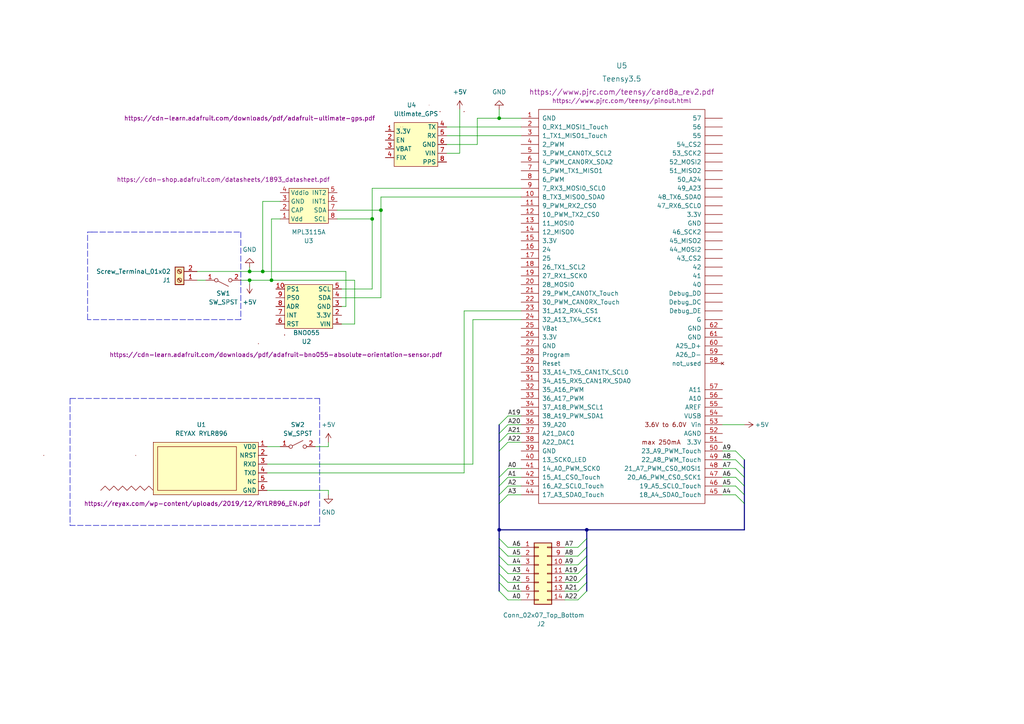
<source format=kicad_sch>
(kicad_sch (version 20211123) (generator eeschema)
  (paper "A4")
  (title_block (title "Ordinateur de Bord") (rev "3") (company "Top Aéro") (comment 1 "Projet Zéphyr") (comment 2 "Mohamed-iadh BANI & Théo TUGAYE") (comment 3 "<mohamed-iadh.bani@top-aero.com> <theo.tugaye@top-aero.com>"))
  (lib_symbols
    (symbol "Adafruit_sensors:BNO055"
      (property "Reference" "U" (at 4.445 7.62 0))
      (property "Value" "BNO055" (at -1.905 7.62 0))
      (symbol "BNO055_0_1"
        (rectangle (start -7.62 6.35) (end 6.35 -6.35) (fill (type background)))
        (rectangle (start 6.35 8.255) (end 6.35 8.255))
        (rectangle (start 6.35 8.255) (end 6.35 8.255))
        (rectangle (start 6.35 8.255) (end 6.35 8.255))
        (rectangle (start 6.35 8.255) (end 6.35 8.255))
        (rectangle (start 6.35 8.255) (end 6.35 8.255))
        (rectangle (start 6.35 8.255) (end 6.35 8.255))
        (rectangle (start 6.35 8.255) (end 6.35 8.255))
        (rectangle (start 6.35 8.255) (end 6.35 8.255))
        (rectangle (start 13.97 10.795) (end 13.97 10.795))
        (rectangle (start 13.97 10.795) (end 13.97 10.795))
        (rectangle (start 13.97 10.795) (end 13.97 10.795))
        (rectangle (start 13.97 10.795) (end 13.97 10.795))
        (rectangle (start 13.97 10.795) (end 13.97 10.795))
        (rectangle (start 13.97 10.795) (end 13.97 10.795))
        (rectangle (start 13.97 10.795) (end 13.97 10.795))
        (rectangle (start 13.97 10.795) (end 13.97 10.795))
        (rectangle (start 13.97 10.795) (end 13.97 10.795))
        (rectangle (start 13.97 10.795) (end 13.97 10.795))
        (rectangle (start 13.97 10.795) (end 13.97 10.795))
        (rectangle (start 13.97 10.795) (end 13.97 10.795))
      )
      (symbol "BNO055_1_1"
        (pin input line (at -10.16 5.08 0) (length 2.54) (name "VIN") (number "1"))
        (pin input line (at 8.89 -5.08 180) (length 2.54) (name "PS1") (number "10"))
        (pin output line (at -10.16 2.54 0) (length 2.54) (name "3.3V") (number "2"))
        (pin power_in line (at -10.16 0 0) (length 2.54) (name "GND") (number "3"))
        (pin bidirectional line (at -10.16 -2.54 0) (length 2.54) (name "SDA") (number "4"))
        (pin input line (at -10.16 -5.08 0) (length 2.54) (name "SCL") (number "5"))
        (pin input line (at 8.89 5.08 180) (length 2.54) (name "RST") (number "6"))
        (pin output line (at 8.89 2.54 180) (length 2.54) (name "INT") (number "7"))
        (pin input line (at 8.89 0 180) (length 2.54) (name "ADR") (number "8"))
        (pin input line (at 8.89 -2.54 180) (length 2.54) (name "PS0") (number "9"))
      )
    )
    (symbol "Adafruit_sensors:MPL3115A"
      (property "Reference" "U" (at 0 6.35 0))
      (property "Value" "MPL3115A" (at -6.35 6.35 0))
      (symbol "MPL3115A_0_1"
        (rectangle (start -10.16 5.08) (end 1.27 -5.08) (fill (type background)))
      )
      (symbol "MPL3115A_1_1"
        (pin input line (at -12.7 3.81 0) (length 2.54) (name "Vdd") (number "1"))
        (pin passive line (at -12.7 1.27 0) (length 2.54) (name "CAP") (number "2"))
        (pin power_in line (at -12.7 -1.27 0) (length 2.54) (name "GND") (number "3"))
        (pin input line (at -12.7 -3.81 0) (length 2.54) (name "Vddio") (number "4"))
        (pin output line (at 3.81 -3.81 180) (length 2.54) (name "INT2") (number "5"))
        (pin output line (at 3.81 -1.27 180) (length 2.54) (name "INT1") (number "6"))
        (pin bidirectional line (at 3.81 1.27 180) (length 2.54) (name "SDA") (number "7"))
        (pin input line (at 3.81 3.81 180) (length 2.54) (name "SCL") (number "8"))
      )
    )
    (symbol "Adafruit_sensors:Ultimate_GPS"
      (property "Reference" "U" (at 6.35 8.89 0))
      (property "Value" "Ultimate_GPS" (at -1.27 8.89 0))
      (symbol "Ultimate_GPS_0_1"
        (rectangle (start -6.35 7.62) (end 6.35 -5.08) (fill (type background)))
        (rectangle (start -4.445 6.35) (end -4.445 6.35))
        (rectangle (start -3.81 6.35) (end -3.81 6.35))
        (rectangle (start 3.81 12.7) (end 3.81 12.7))
        (rectangle (start 6.985 10.795) (end 6.985 10.795))
        (rectangle (start 6.985 10.795) (end 6.985 10.795))
        (rectangle (start 6.985 10.795) (end 6.985 10.795))
        (rectangle (start 6.985 10.795) (end 6.985 10.795))
        (rectangle (start 6.985 10.795) (end 6.985 10.795))
        (rectangle (start 6.985 10.795) (end 6.985 10.795))
        (rectangle (start 6.985 10.795) (end 6.985 10.795))
        (rectangle (start 6.985 10.795) (end 6.985 10.795))
        (rectangle (start 13.97 10.795) (end 13.97 10.795))
        (rectangle (start 13.97 10.795) (end 13.97 10.795))
        (rectangle (start 13.97 10.795) (end 13.97 10.795))
        (rectangle (start 13.97 10.795) (end 13.97 10.795))
        (rectangle (start 13.97 10.795) (end 13.97 10.795))
        (rectangle (start 13.97 10.795) (end 13.97 10.795))
        (rectangle (start 13.97 10.795) (end 13.97 10.795))
        (rectangle (start 13.97 10.795) (end 13.97 10.795))
        (rectangle (start 13.97 10.795) (end 13.97 10.795))
        (rectangle (start 13.97 10.795) (end 13.97 10.795))
        (rectangle (start 13.97 10.795) (end 13.97 10.795))
        (rectangle (start 13.97 10.795) (end 13.97 10.795))
      )
      (symbol "Ultimate_GPS_1_1"
        (pin output line (at -8.89 5.08 0) (length 2.54) (name "3.3V") (number "1"))
        (pin input line (at -8.89 2.54 0) (length 2.54) (name "EN") (number "2"))
        (pin input line (at -8.89 0 0) (length 2.54) (name "VBAT") (number "3"))
        (pin output line (at -8.89 -2.54 0) (length 2.54) (name "FIX") (number "4"))
        (pin output line (at 8.89 6.35 180) (length 2.54) (name "TX") (number "4"))
        (pin input line (at 8.89 3.81 180) (length 2.54) (name "RX") (number "5"))
        (pin power_in line (at 8.89 1.27 180) (length 2.54) (name "GND") (number "6"))
        (pin input line (at 8.89 -1.27 180) (length 2.54) (name "VIN") (number "7"))
        (pin output line (at 8.89 -3.81 180) (length 2.54) (name "PPS") (number "8"))
      )
    )
    (symbol "Connector:Screw_Terminal_01x02" (pin_names (offset 1.016) hide)
      (property "Reference" "J" (at 0 2.54 0))
      (property "Value" "Screw_Terminal_01x02" (at 0 -5.08 0))
      (symbol "Screw_Terminal_01x02_1_1"
        (rectangle (start -1.27 1.27) (end 1.27 -3.81) (stroke (width 0.254)) (fill (type background)))
        (circle (center 0 -2.54) (radius 0.635) (stroke (width 0.1524)))
        (polyline (pts (xy -0.5334 -2.2098) (xy 0.3302 -3.048)) (stroke (width 0.1524)))
        (polyline (pts (xy -0.5334 0.3302) (xy 0.3302 -0.508)) (stroke (width 0.1524)))
        (polyline (pts (xy -0.3556 -2.032) (xy 0.508 -2.8702)) (stroke (width 0.1524)))
        (polyline (pts (xy -0.3556 0.508) (xy 0.508 -0.3302)) (stroke (width 0.1524)))
        (circle (center 0 0) (radius 0.635) (stroke (width 0.1524)))
        (pin passive line (at -5.08 0 0) (length 3.81) (name "Pin_1") (number "1"))
        (pin passive line (at -5.08 -2.54 0) (length 3.81) (name "Pin_2") (number "2"))
      )
    )
    (symbol "Connector_Generic:Conn_02x07_Top_Bottom" (pin_names (offset 1.016) hide)
      (property "Reference" "J" (at 1.27 10.16 0))
      (property "Value" "Conn_02x07_Top_Bottom" (at 1.27 -10.16 0))
      (symbol "Conn_02x07_Top_Bottom_1_1"
        (rectangle (start -1.27 -7.493) (end 0 -7.747) (stroke (width 0.1524)))
        (rectangle (start -1.27 -4.953) (end 0 -5.207) (stroke (width 0.1524)))
        (rectangle (start -1.27 -2.413) (end 0 -2.667) (stroke (width 0.1524)))
        (rectangle (start -1.27 0.127) (end 0 -0.127) (stroke (width 0.1524)))
        (rectangle (start -1.27 2.667) (end 0 2.413) (stroke (width 0.1524)))
        (rectangle (start -1.27 5.207) (end 0 4.953) (stroke (width 0.1524)))
        (rectangle (start -1.27 7.747) (end 0 7.493) (stroke (width 0.1524)))
        (rectangle (start -1.27 8.89) (end 3.81 -8.89) (stroke (width 0.254)) (fill (type background)))
        (rectangle (start 3.81 -7.493) (end 2.54 -7.747) (stroke (width 0.1524)))
        (rectangle (start 3.81 -4.953) (end 2.54 -5.207) (stroke (width 0.1524)))
        (rectangle (start 3.81 -2.413) (end 2.54 -2.667) (stroke (width 0.1524)))
        (rectangle (start 3.81 0.127) (end 2.54 -0.127) (stroke (width 0.1524)))
        (rectangle (start 3.81 2.667) (end 2.54 2.413) (stroke (width 0.1524)))
        (rectangle (start 3.81 5.207) (end 2.54 4.953) (stroke (width 0.1524)))
        (rectangle (start 3.81 7.747) (end 2.54 7.493) (stroke (width 0.1524)))
        (pin passive line (at -5.08 7.62 0) (length 3.81) (name "Pin_1") (number "1"))
        (pin passive line (at 7.62 2.54 180) (length 3.81) (name "Pin_10") (number "10"))
        (pin passive line (at 7.62 0 180) (length 3.81) (name "Pin_11") (number "11"))
        (pin passive line (at 7.62 -2.54 180) (length 3.81) (name "Pin_12") (number "12"))
        (pin passive line (at 7.62 -5.08 180) (length 3.81) (name "Pin_13") (number "13"))
        (pin passive line (at 7.62 -7.62 180) (length 3.81) (name "Pin_14") (number "14"))
        (pin passive line (at -5.08 5.08 0) (length 3.81) (name "Pin_2") (number "2"))
        (pin passive line (at -5.08 2.54 0) (length 3.81) (name "Pin_3") (number "3"))
        (pin passive line (at -5.08 0 0) (length 3.81) (name "Pin_4") (number "4"))
        (pin passive line (at -5.08 -2.54 0) (length 3.81) (name "Pin_5") (number "5"))
        (pin passive line (at -5.08 -5.08 0) (length 3.81) (name "Pin_6") (number "6"))
        (pin passive line (at -5.08 -7.62 0) (length 3.81) (name "Pin_7") (number "7"))
        (pin passive line (at 7.62 7.62 180) (length 3.81) (name "Pin_8") (number "8"))
        (pin passive line (at 7.62 5.08 180) (length 3.81) (name "Pin_9") (number "9"))
      )
    )
    (symbol "Switch:SW_SPST" (pin_names (offset 0) hide)
      (property "Reference" "SW" (at 0 3.175 0))
      (property "Value" "SW_SPST" (at 0 -2.54 0))
      (symbol "SW_SPST_0_0"
        (circle (center -2.032 0) (radius 0.508))
        (polyline (pts (xy -1.524 0.254) (xy 1.524 1.778)))
        (circle (center 2.032 0) (radius 0.508))
      )
      (symbol "SW_SPST_1_1"
        (pin passive line (at -5.08 0 0) (length 2.54) (name "A") (number "1"))
        (pin passive line (at 5.08 0 180) (length 2.54) (name "B") (number "2"))
      )
    )
    (symbol "Teensy:Teensy3.5" (pin_names (offset 1.016))
      (property "Reference" "U" (at 0 59.69 0))
      (property "Value" "Teensy3.5" (at 0 -59.69 0))
      (property "Datasheet" "https://www.pjrc.com/teensy/card8a_rev2.pdf" (at 0 62.23 0))
      (property "Pinouts" "https://www.pjrc.com/teensy/pinout.html" (at 0 64.77 0))
      (symbol "Teensy3.5_0_0"
        (text "3.6V to 6.0V" (at 12.7 -34.29 0) (effects (font (size 1.27 1.27))))
        (text "max 250mA" (at 11.43 -39.37 0) (effects (font (size 1.27 1.27))))
      )
      (symbol "Teensy3.5_0_1"
        (rectangle (start -24.13 57.15) (end 24.13 -57.15))
      )
      (symbol "Teensy3.5_1_1"
        (pin power_in line (at -29.21 54.61 0) (length 5.08) (name "GND") (number "1"))
        (pin bidirectional line (at -29.21 31.75 0) (length 5.08) (name "8_TX3_MISO0_SDA0") (number "10"))
        (pin bidirectional line (at -29.21 29.21 0) (length 5.08) (name "9_PWM_RX2_CS0") (number "11"))
        (pin bidirectional line (at -29.21 26.67 0) (length 5.08) (name "10_PWM_TX2_CS0") (number "12"))
        (pin bidirectional line (at -29.21 24.13 0) (length 5.08) (name "11_MOSI0") (number "13"))
        (pin bidirectional line (at -29.21 21.59 0) (length 5.08) (name "12_MISO0") (number "14"))
        (pin power_out line (at -29.21 19.05 0) (length 5.08) (name "3.3V") (number "15"))
        (pin bidirectional line (at -29.21 16.51 0) (length 5.08) (name "24") (number "16"))
        (pin bidirectional line (at -29.21 13.97 0) (length 5.08) (name "25") (number "17"))
        (pin bidirectional line (at -29.21 11.43 0) (length 5.08) (name "26_TX1_SCL2") (number "18"))
        (pin bidirectional line (at -29.21 8.89 0) (length 5.08) (name "27_RX1_SCK0") (number "19"))
        (pin bidirectional line (at -29.21 52.07 0) (length 5.08) (name "0_RX1_MOSI1_Touch") (number "2"))
        (pin bidirectional line (at -29.21 6.35 0) (length 5.08) (name "28_MOSI0") (number "20"))
        (pin bidirectional line (at -29.21 3.81 0) (length 5.08) (name "29_PWM_CAN0TX_Touch") (number "21"))
        (pin bidirectional line (at -29.21 1.27 0) (length 5.08) (name "30_PWM_CAN0RX_Touch") (number "22"))
        (pin bidirectional line (at -29.21 -1.27 0) (length 5.08) (name "31_A12_RX4_CS1") (number "23"))
        (pin bidirectional line (at -29.21 -3.81 0) (length 5.08) (name "32_A13_TX4_SCK1") (number "24"))
        (pin power_in line (at -29.21 -6.35 0) (length 5.08) (name "VBat") (number "25"))
        (pin power_in line (at -29.21 -8.89 0) (length 5.08) (name "3.3V") (number "26"))
        (pin power_in line (at -29.21 -11.43 0) (length 5.08) (name "GND") (number "27"))
        (pin input line (at -29.21 -13.97 0) (length 5.08) (name "Program") (number "28"))
        (pin input line (at -29.21 -16.51 0) (length 5.08) (name "Reset") (number "29"))
        (pin bidirectional line (at -29.21 49.53 0) (length 5.08) (name "1_TX1_MISO1_Touch") (number "3"))
        (pin bidirectional line (at -29.21 -19.05 0) (length 5.08) (name "33_A14_TX5_CAN1TX_SCL0") (number "30"))
        (pin bidirectional line (at -29.21 -21.59 0) (length 5.08) (name "34_A15_RX5_CAN1RX_SDA0") (number "31"))
        (pin bidirectional line (at -29.21 -24.13 0) (length 5.08) (name "35_A16_PWM") (number "32"))
        (pin bidirectional line (at -29.21 -26.67 0) (length 5.08) (name "36_A17_PWM") (number "33"))
        (pin bidirectional line (at -29.21 -29.21 0) (length 5.08) (name "37_A18_PWM_SCL1") (number "34"))
        (pin bidirectional line (at -29.21 -31.75 0) (length 5.08) (name "38_A19_PWM_SDA1") (number "35"))
        (pin bidirectional line (at -29.21 -34.29 0) (length 5.08) (name "39_A20") (number "36"))
        (pin bidirectional line (at -29.21 -36.83 0) (length 5.08) (name "A21_DAC0") (number "37"))
        (pin bidirectional line (at -29.21 -39.37 0) (length 5.08) (name "A22_DAC1") (number "38"))
        (pin power_in line (at -29.21 -41.91 0) (length 5.08) (name "GND") (number "39"))
        (pin bidirectional line (at -29.21 46.99 0) (length 5.08) (name "2_PWM") (number "4"))
        (pin bidirectional line (at -29.21 -44.45 0) (length 5.08) (name "13_SCK0_LED") (number "40"))
        (pin bidirectional line (at -29.21 -46.99 0) (length 5.08) (name "14_A0_PWM_SCK0") (number "41"))
        (pin bidirectional line (at -29.21 -49.53 0) (length 5.08) (name "15_A1_CS0_Touch") (number "42"))
        (pin bidirectional line (at -29.21 -52.07 0) (length 5.08) (name "16_A2_SCL0_Touch") (number "43"))
        (pin bidirectional line (at -29.21 -54.61 0) (length 5.08) (name "17_A3_SDA0_Touch") (number "44"))
        (pin bidirectional line (at 29.21 -54.61 180) (length 5.08) (name "18_A4_SDA0_Touch") (number "45"))
        (pin bidirectional line (at 29.21 -52.07 180) (length 5.08) (name "19_A5_SCL0_Touch") (number "46"))
        (pin bidirectional line (at 29.21 -49.53 180) (length 5.08) (name "20_A6_PWM_CS0_SCK1") (number "47"))
        (pin bidirectional line (at 29.21 -46.99 180) (length 5.08) (name "21_A7_PWM_CS0_MOSI1") (number "48"))
        (pin bidirectional line (at 29.21 -44.45 180) (length 5.08) (name "22_A8_PWM_Touch") (number "49"))
        (pin bidirectional line (at -29.21 44.45 0) (length 5.08) (name "3_PWM_CAN0TX_SCL2") (number "5"))
        (pin bidirectional line (at 29.21 -41.91 180) (length 5.08) (name "23_A9_PWM_Touch") (number "50"))
        (pin power_out line (at 29.21 -39.37 180) (length 5.08) (name "3.3V") (number "51"))
        (pin power_out line (at 29.21 -36.83 180) (length 5.08) (name "AGND") (number "52"))
        (pin power_in line (at 29.21 -34.29 180) (length 5.08) (name "Vin") (number "53"))
        (pin power_in line (at 29.21 -31.75 180) (length 5.08) (name "VUSB") (number "54"))
        (pin input line (at 29.21 -29.21 180) (length 5.08) (name "AREF") (number "55"))
        (pin bidirectional line (at 29.21 -26.67 180) (length 5.08) (name "A10") (number "56"))
        (pin bidirectional line (at 29.21 -24.13 180) (length 5.08) (name "A11") (number "57"))
        (pin no_connect line (at 29.21 -16.51 180) (length 5.08) (name "not_used") (number "58"))
        (pin bidirectional line (at 29.21 -13.97 180) (length 5.08) (name "A26_D-") (number "59"))
        (pin bidirectional line (at -29.21 41.91 0) (length 5.08) (name "4_PWM_CAN0RX_SDA2") (number "6"))
        (pin bidirectional line (at 29.21 -11.43 180) (length 5.08) (name "A25_D+") (number "60"))
        (pin power_in line (at 29.21 -8.89 180) (length 5.08) (name "GND") (number "61"))
        (pin power_in line (at 29.21 -6.35 180) (length 5.08) (name "GND") (number "62"))
        (pin bidirectional line (at -29.21 39.37 0) (length 5.08) (name "5_PWM_TX1_MISO1") (number "7"))
        (pin bidirectional line (at -29.21 36.83 0) (length 5.08) (name "6_PWM") (number "8"))
        (pin bidirectional line (at -29.21 34.29 0) (length 5.08) (name "7_RX3_MOSI0_SCL0") (number "9"))
        (pin power_in line (at 29.21 26.67 180) (length 5.08) (name "3.3V") (number "~"))
        (pin bidirectional line (at 29.21 6.35 180) (length 5.08) (name "40") (number "~"))
        (pin bidirectional line (at 29.21 8.89 180) (length 5.08) (name "41") (number "~"))
        (pin bidirectional line (at 29.21 11.43 180) (length 5.08) (name "42") (number "~"))
        (pin bidirectional line (at 29.21 13.97 180) (length 5.08) (name "43_CS2") (number "~"))
        (pin bidirectional line (at 29.21 16.51 180) (length 5.08) (name "44_MOSI2") (number "~"))
        (pin bidirectional line (at 29.21 19.05 180) (length 5.08) (name "45_MISO2") (number "~"))
        (pin bidirectional line (at 29.21 21.59 180) (length 5.08) (name "46_SCK2") (number "~"))
        (pin bidirectional line (at 29.21 29.21 180) (length 5.08) (name "47_RX6_SCL0") (number "~"))
        (pin bidirectional line (at 29.21 31.75 180) (length 5.08) (name "48_TX6_SDA0") (number "~"))
        (pin bidirectional line (at 29.21 34.29 180) (length 5.08) (name "49_A23") (number "~"))
        (pin bidirectional line (at 29.21 36.83 180) (length 5.08) (name "50_A24") (number "~"))
        (pin bidirectional line (at 29.21 39.37 180) (length 5.08) (name "51_MISO2") (number "~"))
        (pin bidirectional line (at 29.21 41.91 180) (length 5.08) (name "52_MOSI2") (number "~"))
        (pin bidirectional line (at 29.21 44.45 180) (length 5.08) (name "53_SCK2") (number "~"))
        (pin bidirectional line (at 29.21 46.99 180) (length 5.08) (name "54_CS2") (number "~"))
        (pin bidirectional line (at 29.21 49.53 180) (length 5.08) (name "55") (number "~"))
        (pin bidirectional line (at 29.21 52.07 180) (length 5.08) (name "56") (number "~"))
        (pin bidirectional line (at 29.21 54.61 180) (length 5.08) (name "57") (number "~"))
        (pin input line (at 29.21 1.27 180) (length 5.08) (name "Debug_DC") (number "~"))
        (pin input line (at 29.21 3.81 180) (length 5.08) (name "Debug_DD") (number "~"))
        (pin input line (at 29.21 -1.27 180) (length 5.08) (name "Debug_DE") (number "~"))
        (pin power_in line (at 29.21 -3.81 180) (length 5.08) (name "G") (number "~"))
        (pin power_in line (at 29.21 24.13 180) (length 5.08) (name "GND") (number "~"))
      )
    )
    (symbol "power:+5V" (power) (pin_names (offset 0))
      (property "Value" "+5V" (at 0 3.556 0))
      (symbol "+5V_0_1"
        (polyline (pts (xy -0.762 1.27) (xy 0 2.54)))
        (polyline (pts (xy 0 0) (xy 0 2.54)))
        (polyline (pts (xy 0 2.54) (xy 0.762 1.27)))
      )
      (symbol "+5V_1_1"
        (pin power_in line (at 0 0 90) (length 0) hide (name "+5V") (number "1"))
      )
    )
    (symbol "power:GND" (power) (pin_names (offset 0))
      (property "Value" "GND" (at 0 -3.81 0))
      (symbol "GND_0_1"
        (polyline (pts (xy 0 0) (xy 0 -1.27) (xy 1.27 -1.27) (xy 0 -2.54) (xy -1.27 -1.27) (xy 0 -1.27)))
      )
      (symbol "GND_1_1"
        (pin power_in line (at 0 0 270) (length 0) hide (name "GND") (number "1"))
      )
    )
    (symbol "reyax_rylr896:REYAX RYLR896"
      (property "Reference" "U1" (at 1.27 12.7 0))
      (property "Value" "REYAX RYLR896" (at 1.27 10.16 0))
      (symbol "REYAX RYLR896_0_0"
        (rectangle (start 20.32 3.81) (end 20.32 3.81))
        (rectangle (start 20.32 3.81) (end 20.32 3.81))
        (rectangle (start 20.32 3.81) (end 20.32 3.81))
        (rectangle (start 20.32 3.81) (end 20.32 3.81))
        (rectangle (start 20.32 3.81) (end 20.32 3.81))
      )
      (symbol "REYAX RYLR896_0_1"
        (rectangle (start -15.24 7.62) (end 15.24 -7.62) (fill (type background)))
        (rectangle (start -8.89 6.35) (end 13.97 -6.35) (fill (type background)))
        (polyline (pts (xy 15.24 -6.35) (xy 16.51 -5.08) (xy 17.78 -6.35) (xy 19.05 -5.08) (xy 20.32 -6.35) (xy 21.59 -5.08) (xy 22.86 -6.35) (xy 24.13 -5.08) (xy 25.4 -6.35) (xy 26.67 -5.08) (xy 27.94 -6.35) (xy 29.21 -5.08) (xy 30.48 -6.35)))
        (rectangle (start 46.99 3.81) (end 46.99 3.81))
        (rectangle (start 46.99 3.81) (end 46.99 3.81))
        (rectangle (start 46.99 3.81) (end 46.99 3.81))
        (rectangle (start 46.99 3.81) (end 46.99 3.81))
        (rectangle (start 46.99 3.81) (end 46.99 3.81))
      )
      (symbol "REYAX RYLR896_1_1"
        (pin input line (at -17.78 6.35 0) (length 2.54) (name "VDD") (number "1"))
        (pin input line (at -17.78 3.81 0) (length 2.54) (name "NRST") (number "2"))
        (pin input line (at -17.78 1.27 0) (length 2.54) (name "RXD") (number "3"))
        (pin output line (at -17.78 -1.27 0) (length 2.54) (name "TXD") (number "4"))
        (pin passive line (at -17.78 -3.81 0) (length 2.54) (name "NC") (number "5"))
        (pin passive line (at -17.78 -6.35 0) (length 2.54) (name "GND") (number "6"))
      )
    )
  )
  (junction (at 76.2 78.74))
  (junction (at 170.18 153.67))
  (junction (at 72.39 78.74))
  (junction (at 144.78 34.29))
  (junction (at 72.39 81.28))
  (junction (at 78.74 81.28))
  (junction (at 107.95 63.5))
  (junction (at 144.78 153.67))
  (junction (at 110.49 60.96))
  (bus_entry (at 167.64 158.75) (size 2.54 -2.54))
  (bus_entry (at 144.78 166.37) (size 2.54 2.54))
  (bus_entry (at 144.78 168.91) (size 2.54 2.54))
  (bus_entry (at 167.64 161.29) (size 2.54 -2.54))
  (bus_entry (at 167.64 166.37) (size 2.54 -2.54))
  (bus_entry (at 167.64 163.83) (size 2.54 -2.54))
  (bus_entry (at 167.64 173.99) (size 2.54 -2.54))
  (bus_entry (at 167.64 171.45) (size 2.54 -2.54))
  (bus_entry (at 167.64 168.91) (size 2.54 -2.54))
  (bus_entry (at 144.78 171.45) (size 2.54 2.54))
  (bus_entry (at 144.78 128.27) (size 2.54 -2.54))
  (bus_entry (at 144.78 130.81) (size 2.54 -2.54))
  (bus_entry (at 144.78 123.19) (size 2.54 -2.54))
  (bus_entry (at 144.78 125.73) (size 2.54 -2.54))
  (bus_entry (at 144.78 138.43) (size 2.54 -2.54))
  (bus_entry (at 144.78 140.97) (size 2.54 -2.54))
  (bus_entry (at 144.78 143.51) (size 2.54 -2.54))
  (bus_entry (at 215.9 133.35) (size -2.54 -2.54))
  (bus_entry (at 215.9 146.05) (size -2.54 -2.54))
  (bus_entry (at 215.9 143.51) (size -2.54 -2.54))
  (bus_entry (at 215.9 140.97) (size -2.54 -2.54))
  (bus_entry (at 215.9 135.89) (size -2.54 -2.54))
  (bus_entry (at 215.9 138.43) (size -2.54 -2.54))
  (bus_entry (at 144.78 146.05) (size 2.54 -2.54))
  (bus_entry (at 147.32 158.75) (size -2.54 -2.54))
  (bus_entry (at 147.32 166.37) (size -2.54 -2.54))
  (bus_entry (at 147.32 161.29) (size -2.54 -2.54))
  (bus_entry (at 147.32 163.83) (size -2.54 -2.54))
  (wire (pts (xy 59.69 81.28) (xy 57.15 81.28)))
  (wire (pts (xy 147.32 138.43) (xy 151.13 138.43)))
  (wire (pts (xy 77.47 134.62) (xy 137.16 134.62)))
  (wire (pts (xy 76.2 78.74) (xy 72.39 78.74)))
  (wire (pts (xy 167.64 173.99) (xy 163.83 173.99)))
  (wire (pts (xy 151.13 173.99) (xy 147.32 173.99)))
  (wire (pts (xy 144.78 34.29) (xy 151.13 34.29)))
  (bus (pts (xy 215.9 146.05) (xy 215.9 153.67)))
  (bus (pts (xy 215.9 138.43) (xy 215.9 140.97)))
  (wire (pts (xy 151.13 171.45) (xy 147.32 171.45)))
  (wire (pts (xy 151.13 158.75) (xy 147.32 158.75)))
  (polyline (pts (xy 20.32 115.57) (xy 92.71 115.57)))
  (wire (pts (xy 107.95 83.82) (xy 107.95 63.5)))
  (bus (pts (xy 144.78 158.75) (xy 144.78 156.21)))
  (wire (pts (xy 209.55 135.89) (xy 213.36 135.89)))
  (wire (pts (xy 147.32 120.65) (xy 151.13 120.65)))
  (bus (pts (xy 170.18 166.37) (xy 170.18 163.83)))
  (wire (pts (xy 77.47 137.16) (xy 134.62 137.16)))
  (wire (pts (xy 102.87 81.28) (xy 78.74 81.28)))
  (wire (pts (xy 72.39 78.74) (xy 72.39 77.47)))
  (bus (pts (xy 170.18 163.83) (xy 170.18 161.29)))
  (wire (pts (xy 151.13 168.91) (xy 147.32 168.91)))
  (wire (pts (xy 129.54 41.91) (xy 138.43 41.91)))
  (wire (pts (xy 133.35 31.75) (xy 133.35 44.45)))
  (wire (pts (xy 76.2 78.74) (xy 76.2 58.42)))
  (polyline (pts (xy 92.71 115.57) (xy 92.71 152.4)))
  (wire (pts (xy 147.32 128.27) (xy 151.13 128.27)))
  (wire (pts (xy 110.49 60.96) (xy 110.49 86.36)))
  (wire (pts (xy 209.55 130.81) (xy 213.36 130.81)))
  (bus (pts (xy 144.78 130.81) (xy 144.78 138.43)))
  (bus (pts (xy 144.78 153.67) (xy 170.18 153.67)))
  (wire (pts (xy 209.55 138.43) (xy 213.36 138.43)))
  (bus (pts (xy 144.78 143.51) (xy 144.78 146.05)))
  (wire (pts (xy 77.47 142.24) (xy 95.25 142.24)))
  (wire (pts (xy 167.64 158.75) (xy 163.83 158.75)))
  (bus (pts (xy 215.9 133.35) (xy 215.9 135.89)))
  (bus (pts (xy 144.78 171.45) (xy 144.78 168.91)))
  (bus (pts (xy 215.9 135.89) (xy 215.9 138.43)))
  (bus (pts (xy 144.78 158.75) (xy 144.78 161.29)))
  (wire (pts (xy 129.54 39.37) (xy 151.13 39.37)))
  (wire (pts (xy 107.95 83.82) (xy 99.06 83.82)))
  (bus (pts (xy 215.9 143.51) (xy 215.9 146.05)))
  (wire (pts (xy 72.39 81.28) (xy 72.39 82.55)))
  (wire (pts (xy 100.33 88.9) (xy 99.06 88.9)))
  (polyline (pts (xy 69.85 67.31) (xy 69.85 92.71)))
  (wire (pts (xy 100.33 88.9) (xy 100.33 78.74)))
  (bus (pts (xy 215.9 140.97) (xy 215.9 143.51)))
  (wire (pts (xy 95.25 128.27) (xy 95.25 129.54)))
  (bus (pts (xy 170.18 171.45) (xy 170.18 168.91)))
  (wire (pts (xy 147.32 135.89) (xy 151.13 135.89)))
  (bus (pts (xy 170.18 153.67) (xy 215.9 153.67)))
  (wire (pts (xy 107.95 63.5) (xy 97.79 63.5)))
  (wire (pts (xy 99.06 86.36) (xy 110.49 86.36)))
  (wire (pts (xy 78.74 81.28) (xy 78.74 63.5)))
  (wire (pts (xy 147.32 123.19) (xy 151.13 123.19)))
  (bus (pts (xy 144.78 125.73) (xy 144.78 128.27)))
  (bus (pts (xy 144.78 163.83) (xy 144.78 161.29)))
  (wire (pts (xy 147.32 140.97) (xy 151.13 140.97)))
  (wire (pts (xy 129.54 44.45) (xy 133.35 44.45)))
  (polyline (pts (xy 25.4 92.71) (xy 25.4 67.31)))
  (polyline (pts (xy 92.71 152.4) (xy 20.32 152.4)))
  (wire (pts (xy 129.54 36.83) (xy 151.13 36.83)))
  (wire (pts (xy 167.64 161.29) (xy 163.83 161.29)))
  (wire (pts (xy 100.33 78.74) (xy 76.2 78.74)))
  (wire (pts (xy 151.13 163.83) (xy 147.32 163.83)))
  (polyline (pts (xy 25.4 67.31) (xy 26.67 67.31)))
  (wire (pts (xy 91.44 129.54) (xy 95.25 129.54)))
  (bus (pts (xy 170.18 158.75) (xy 170.18 156.21)))
  (wire (pts (xy 209.55 140.97) (xy 213.36 140.97)))
  (wire (pts (xy 151.13 166.37) (xy 147.32 166.37)))
  (polyline (pts (xy 26.67 67.31) (xy 69.85 67.31)))
  (bus (pts (xy 144.78 146.05) (xy 144.78 153.67)))
  (wire (pts (xy 95.25 142.24) (xy 95.25 143.51)))
  (bus (pts (xy 170.18 158.75) (xy 170.18 161.29)))
  (bus (pts (xy 144.78 166.37) (xy 144.78 163.83)))
  (wire (pts (xy 167.64 171.45) (xy 163.83 171.45)))
  (wire (pts (xy 81.28 58.42) (xy 76.2 58.42)))
  (polyline (pts (xy 69.85 92.71) (xy 25.4 92.71)))
  (wire (pts (xy 81.28 63.5) (xy 78.74 63.5)))
  (wire (pts (xy 134.62 137.16) (xy 134.62 90.17)))
  (wire (pts (xy 107.95 54.61) (xy 107.95 63.5)))
  (bus (pts (xy 144.78 138.43) (xy 144.78 140.97)))
  (wire (pts (xy 97.79 60.96) (xy 110.49 60.96)))
  (wire (pts (xy 110.49 57.15) (xy 110.49 60.96)))
  (wire (pts (xy 209.55 123.19) (xy 215.9 123.19)))
  (wire (pts (xy 134.62 90.17) (xy 151.13 90.17)))
  (wire (pts (xy 107.95 54.61) (xy 151.13 54.61)))
  (bus (pts (xy 170.18 156.21) (xy 170.18 153.67)))
  (wire (pts (xy 151.13 161.29) (xy 147.32 161.29)))
  (wire (pts (xy 72.39 78.74) (xy 57.15 78.74)))
  (bus (pts (xy 144.78 168.91) (xy 144.78 166.37)))
  (wire (pts (xy 137.16 134.62) (xy 137.16 92.71)))
  (polyline (pts (xy 20.32 115.57) (xy 20.32 152.4)))
  (wire (pts (xy 72.39 81.28) (xy 78.74 81.28)))
  (wire (pts (xy 167.64 163.83) (xy 163.83 163.83)))
  (bus (pts (xy 144.78 156.21) (xy 144.78 153.67)))
  (wire (pts (xy 138.43 41.91) (xy 138.43 34.29)))
  (wire (pts (xy 147.32 125.73) (xy 151.13 125.73)))
  (wire (pts (xy 102.87 81.28) (xy 102.87 93.98)))
  (wire (pts (xy 110.49 57.15) (xy 151.13 57.15)))
  (wire (pts (xy 167.64 168.91) (xy 163.83 168.91)))
  (bus (pts (xy 144.78 140.97) (xy 144.78 143.51)))
  (wire (pts (xy 209.55 133.35) (xy 213.36 133.35)))
  (wire (pts (xy 69.85 81.28) (xy 72.39 81.28)))
  (wire (pts (xy 147.32 143.51) (xy 151.13 143.51)))
  (wire (pts (xy 102.87 93.98) (xy 99.06 93.98)))
  (wire (pts (xy 209.55 143.51) (xy 213.36 143.51)))
  (bus (pts (xy 170.18 168.91) (xy 170.18 166.37)))
  (wire (pts (xy 138.43 34.29) (xy 144.78 34.29)))
  (bus (pts (xy 144.78 123.19) (xy 144.78 125.73)))
  (wire (pts (xy 167.64 166.37) (xy 163.83 166.37)))
  (bus (pts (xy 144.78 128.27) (xy 144.78 130.81)))
  (wire (pts (xy 144.78 31.75) (xy 144.78 34.29)))
  (wire (pts (xy 77.47 129.54) (xy 81.28 129.54)))
  (wire (pts (xy 137.16 92.71) (xy 151.13 92.71)))
  (label "A4" (at 148.59 163.83 0))
  (label "A5" (at 148.59 161.29 0))
  (label "A9" (at 209.55 130.81 0))
  (label "A4" (at 209.55 143.51 0))
  (label "A7" (at 209.55 135.89 0))
  (label "A3" (at 147.32 143.51 0))
  (label "A22" (at 147.32 128.27 0))
  (label "A20" (at 147.32 123.19 0))
  (label "A19" (at 163.83 166.37 0))
  (label "A22" (at 163.83 173.99 0))
  (label "A8" (at 163.83 161.29 0))
  (label "A1" (at 148.59 171.45 0))
  (label "A1" (at 147.32 138.43 0))
  (label "A21" (at 163.83 171.45 0))
  (label "A2" (at 148.59 168.91 0))
  (label "A6" (at 209.55 138.43 0))
  (label "A0" (at 147.32 135.89 0))
  (label "A9" (at 163.83 163.83 0))
  (label "A3" (at 148.59 166.37 0))
  (label "A20" (at 163.83 168.91 0))
  (label "A0" (at 148.59 173.99 0))
  (label "A2" (at 147.32 140.97 0))
  (label "A8" (at 209.55 133.35 0))
  (label "A5" (at 209.55 140.97 0))
  (label "A19" (at 147.32 120.65 0))
  (label "A21" (at 147.32 125.73 0))
  (label "A6" (at 148.59 158.75 0))
  (label "A7" (at 163.83 158.75 0))
  (symbol (lib_id "power:GND") (at 72.39 77.47 180) (unit 1)
    (property "Reference" "#PWR01" (effects hide))
    (property "Value" "GND" (at 72.39 72.39 0))
  )
  (symbol (lib_id "power:+5V") (at 133.35 31.75 0) (mirror y) (unit 1)
    (property "Reference" "#PWR05" (effects hide))
    (property "Value" "+5V" (at 133.35 26.67 0))
  )
  (symbol (lib_id "power:GND") (at 144.78 31.75 180) (unit 1)
    (property "Reference" "#PWR06" (effects hide))
    (property "Value" "GND" (at 144.78 26.67 0))
  )
  (symbol (lib_id "Connector_Generic:Conn_02x07_Top_Bottom") (at 156.21 166.37 0) (unit 1)
    (property "Reference" "J2" (at 158.115 180.975 0) (effects (justify right)))
    (property "Value" "Conn_02x07_Top_Bottom" (at 169.545 178.435 0) (effects (justify right)))
    (property "Footprint" "Connector_Molex:Molex_Nano-Fit_105310-xx14_2x07_P2.50mm_Vertical" (effects hide))
  )
  (symbol (lib_id "Adafruit_sensors:BNO055") (at 88.9 88.9 180) (unit 1)
    (property "Reference" "U2" (at 88.9 99.06 0))
    (property "Value" "BNO055" (at 88.9 96.52 0))
    (property "Footprint" "Adafruit_sensors:BNO055" (effects hide))
    (property "Datasheet" "https://cdn-learn.adafruit.com/downloads/pdf/adafruit-bno055-absolute-orientation-sensor.pdf" (at 80.01 102.87 0))
  )
  (symbol (lib_id "Connector:Screw_Terminal_01x02") (at 52.07 81.28 180) (unit 1)
    (property "Reference" "J1" (at 49.53 81.2801 0) (effects (justify left)))
    (property "Value" "Screw_Terminal_01x02" (at 49.53 78.7401 0) (effects (justify left)))
    (property "Footprint" "TerminalBlock_Phoenix:TerminalBlock_Phoenix_MKDS-1,5-2-5.08_1x02_P5.08mm_Horizontal" (effects hide))
  )
  (symbol (lib_id "Teensy:Teensy3.5") (at 180.34 88.9 0) (unit 1)
    (property "Reference" "U5" (at 180.34 19.05 0) (effects (font (size 1.524 1.524))))
    (property "Value" "Teensy3.5" (at 180.34 22.86 0) (effects (font (size 1.524 1.524))))
    (property "Footprint" "teensy:Teensy35_36" (effects hide))
    (property "Datasheet" "https://www.pjrc.com/teensy/card8a_rev2.pdf" (at 180.34 26.67 0) (effects (font (size 1.524 1.524))))
    (property "Pinouts" "https://www.pjrc.com/teensy/pinout.html" (at 180.34 29.21 0))
  )
  (symbol (lib_id "power:GND") (at 95.25 143.51 0) (unit 1)
    (property "Reference" "#PWR04" (effects hide))
    (property "Value" "GND" (at 95.25 148.59 0))
  )
  (symbol (lib_id "Adafruit_sensors:Ultimate_GPS") (at 120.65 43.18 0) (unit 1)
    (property "Reference" "U4" (at 119.38 30.48 0))
    (property "Value" "Ultimate_GPS" (at 120.65 33.02 0))
    (property "Footprint" "Adafruit_sensors:Ultimate_GPS" (effects hide))
    (property "Datasheet" "https://cdn-learn.adafruit.com/downloads/pdf/adafruit-ultimate-gps.pdf" (at 72.39 34.29 0))
  )
  (symbol (lib_id "Switch:SW_SPST") (at 64.77 81.28 0) (mirror x) (unit 1)
    (property "Reference" "SW1" (at 64.77 85.09 0))
    (property "Value" "SW_SPST" (at 64.77 87.63 0))
    (property "Footprint" "common_misc:SW" (effects hide))
  )
  (symbol (lib_id "reyax_rylr896:REYAX RYLR896") (at 59.69 135.89 0) (mirror y) (unit 1)
    (property "Reference" "U1" (at 58.42 123.19 0))
    (property "Value" "REYAX RYLR896" (at 58.42 125.73 0))
    (property "Footprint" "reyax:RYLR896" (effects hide))
    (property "Datasheet" "https://reyax.com/wp-content/uploads/2019/12/RYLR896_EN.pdf" (at 57.15 146.05 0))
    (property "Command" "https://reyax.com/wp-content/uploads/2019/12/LoRa-AT-Command-RYLR40x_RYLR89x_EN-4.pdf" (effects hide))
  )
  (symbol (lib_id "power:+5V") (at 95.25 128.27 0) (unit 1)
    (property "Reference" "#PWR03" (effects hide))
    (property "Value" "+5V" (at 95.25 123.19 0))
  )
  (symbol (lib_id "power:+5V") (at 72.39 82.55 180) (unit 1)
    (property "Reference" "#PWR02" (effects hide))
    (property "Value" "+5V" (at 72.39 87.63 0))
  )
  (symbol (lib_id "Switch:SW_SPST") (at 86.36 129.54 0) (unit 1)
    (property "Reference" "SW2" (at 86.36 123.19 0))
    (property "Value" "SW_SPST" (at 86.36 125.73 0))
    (property "Footprint" "common_misc:SW" (effects hide))
  )
  (symbol (lib_id "Adafruit_sensors:MPL3115A") (at 93.98 59.69 0) (mirror x) (unit 1)
    (property "Reference" "U3" (at 89.535 69.85 0))
    (property "Value" "MPL3115A" (at 89.535 67.31 0))
    (property "Footprint" "Adafruit_sensors:MPL3115A2" (effects hide))
    (property "Datasheet" "https://cdn-shop.adafruit.com/datasheets/1893_datasheet.pdf" (at 64.77 52.07 0))
  )
  (symbol (lib_id "power:+5V") (at 215.9 123.19 270) (unit 1)
    (property "Reference" "#PWR07" (effects hide))
    (property "Value" "+5V" (at 220.98 123.19 90))
  )
)
</source>
